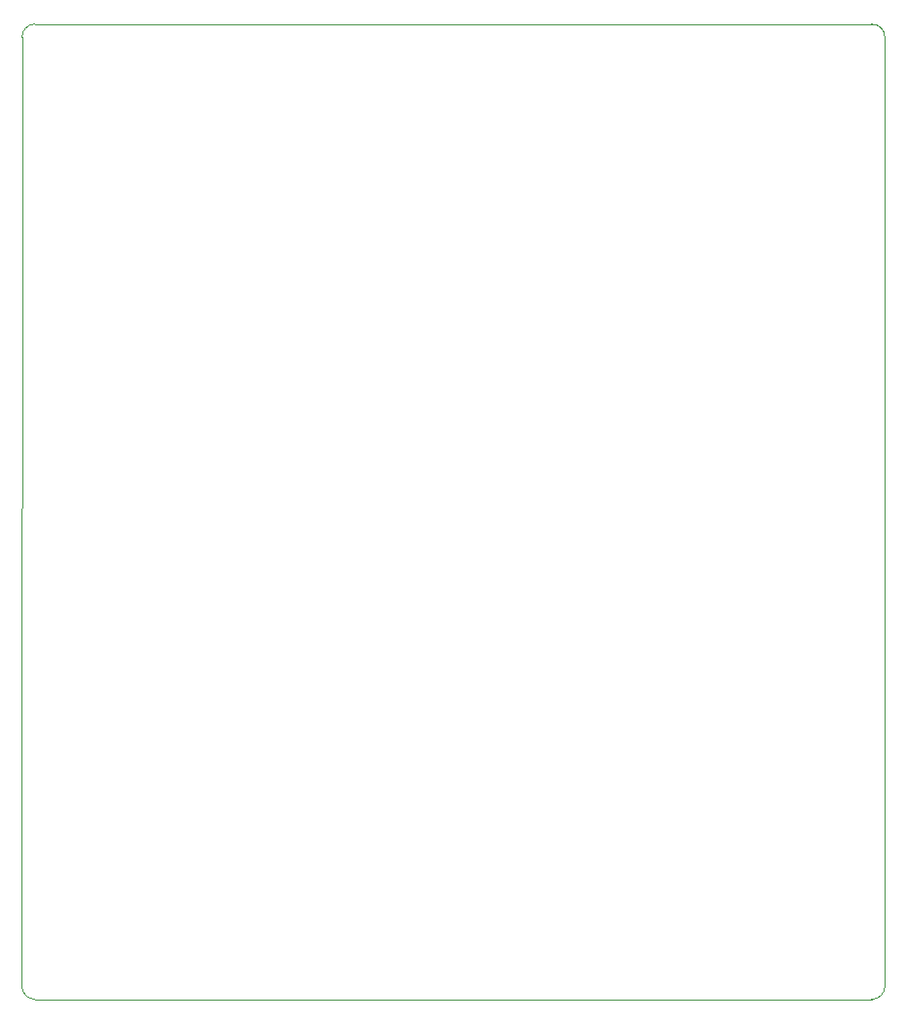
<source format=gbr>
%TF.GenerationSoftware,KiCad,Pcbnew,9.0.1*%
%TF.CreationDate,2025-06-11T13:29:21-05:00*%
%TF.ProjectId,Digital_PCB,44696769-7461-46c5-9f50-43422e6b6963,2.0*%
%TF.SameCoordinates,Original*%
%TF.FileFunction,Profile,NP*%
%FSLAX46Y46*%
G04 Gerber Fmt 4.6, Leading zero omitted, Abs format (unit mm)*
G04 Created by KiCad (PCBNEW 9.0.1) date 2025-06-11 13:29:21*
%MOMM*%
%LPD*%
G01*
G04 APERTURE LIST*
%TA.AperFunction,Profile*%
%ADD10C,0.050000*%
%TD*%
G04 APERTURE END LIST*
D10*
X109028000Y-57656000D02*
X181737000Y-57658000D01*
X107880000Y-141265000D02*
X107885000Y-58799000D01*
X181737000Y-142408000D02*
X109023000Y-142408000D01*
X182880000Y-58801000D02*
X182880000Y-141265000D01*
X181737000Y-57658000D02*
G75*
G02*
X182880000Y-58801000I0J-1143000D01*
G01*
X107885000Y-58799000D02*
G75*
G02*
X109028000Y-57656000I1143000J0D01*
G01*
X182880000Y-141265000D02*
G75*
G02*
X181737000Y-142408000I-1143000J0D01*
G01*
X109023000Y-142408000D02*
G75*
G02*
X107880000Y-141265000I0J1143000D01*
G01*
M02*

</source>
